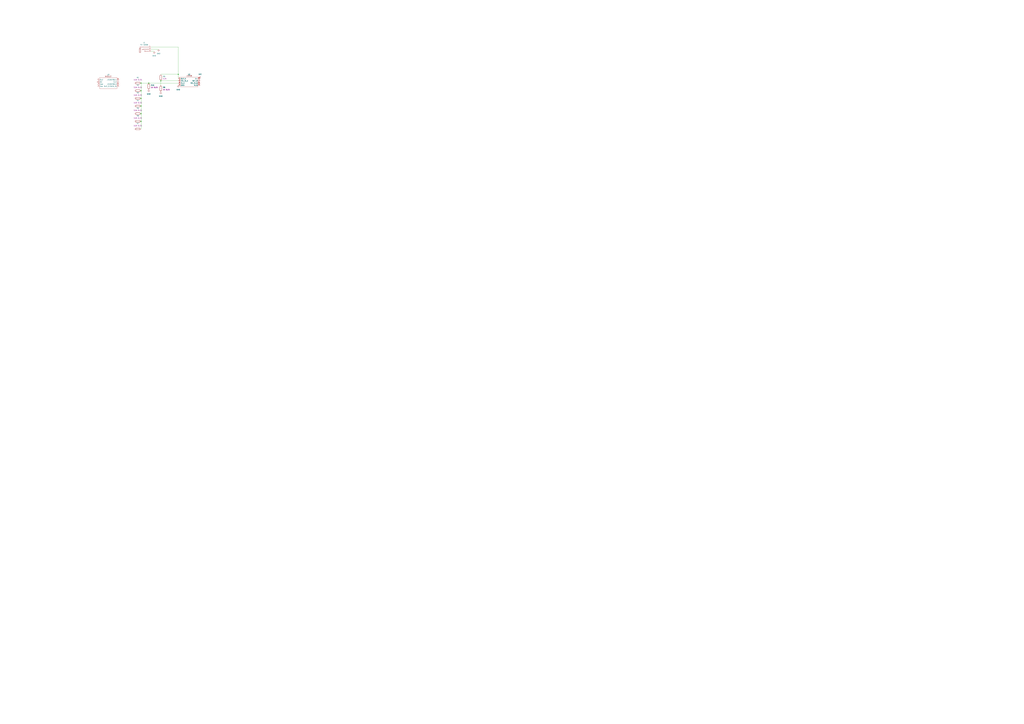
<source format=kicad_sch>
(kicad_sch (version 20231120) (generator "eeschema") (generator_version "8.0")
  (paper "A0")
  (lib_symbols
    (symbol "4ms_Resistor:1k_0603_0.1%" (pin_numbers hide) (pin_names (offset 0))
      (property "Reference" "R" (at 2.032 0 90))
      (property "Display" "1k 0.1%" (at 3.81 -4.445 90))
      (symbol "1k_0603_0.1%_0_1"
        (rectangle (start -1.016 -2.54) (end 1.016 2.54) (stroke (width 0.254)))
      )
      (symbol "1k_0603_0.1%_1_1"
        (pin passive line (at 0 3.81 270) (length 1.27) (name "~") (number "1"))
        (pin passive line (at 0 -3.81 90) (length 1.27) (name "~") (number "2"))
      )
    )
    (symbol "4ms_Resistor:2.2k_0603" (pin_numbers hide) (pin_names (offset 0))
      (property "Reference" "R" (at 2.032 0 90))
      (property "Display" "2.2k" (at 3.81 0 90))
      (symbol "2.2k_0603_0_1"
        (rectangle (start -1.016 -2.54) (end 1.016 2.54) (stroke (width 0.254)))
      )
      (symbol "2.2k_0603_1_1"
        (pin passive line (at 0 3.81 270) (length 1.27) (name "~") (number "1"))
        (pin passive line (at 0 -3.81 90) (length 1.27) (name "~") (number "2"))
      )
    )
    (symbol "4ms_Resistor:3.0k_0603_0.1%" (pin_numbers hide) (pin_names (offset 0))
      (property "Reference" "R" (at 2.032 0 90))
      (property "Display" "3.0k 0.1%" (at 3.81 0 90))
      (symbol "3.0k_0603_0.1%_0_1"
        (rectangle (start -1.016 -2.54) (end 1.016 2.54) (stroke (width 0.254)))
      )
      (symbol "3.0k_0603_0.1%_1_1"
        (pin passive line (at 0 3.81 270) (length 1.27) (name "~") (number "1"))
        (pin passive line (at 0 -3.81 90) (length 1.27) (name "~") (number "2"))
      )
    )
    (symbol "power:GND" (power) (pin_numbers hide) (pin_names (offset 0) hide)
      (property "Value" "GND" (at 0 -3.81 0))
      (symbol "GND_0_1"
        (polyline (pts (xy 0 0) (xy 0 -1.27) (xy 1.27 -1.27) (xy 0 -2.54) (xy -1.27 -1.27) (xy 0 -1.27)))
      )
      (symbol "GND_1_1"
        (pin power_in line (at 0 0 270) (length 0) (name "~") (number "1"))
      )
    )
    (symbol "power:VCC" (power) (pin_numbers hide) (pin_names (offset 0) hide)
      (property "Value" "VCC" (at 0 3.556 0))
      (symbol "VCC_0_1"
        (polyline (pts (xy -0.762 1.27) (xy 0 2.54)))
        (polyline (pts (xy 0 0) (xy 0 2.54)))
        (polyline (pts (xy 0 2.54) (xy 0.762 1.27)))
      )
      (symbol "VCC_1_1"
        (pin power_in line (at 0 0 90) (length 0) (name "~") (number "1"))
      )
    )
    (symbol "project:LM258"
      (property "Reference" "U" (at 0 7.874 0))
      (symbol "LM258_0_1"
        (rectangle (start -10.16 4.445) (end 10.16 -6.985))
      )
      (symbol "LM258_1_1"
        (text "LM258" (at 0 5.842 0) (effects (font (size 1.27 1.27))))
        (pin output line (at -12.7 2.54 0) (length 2.54) (name "OUT_A") (number "1"))
        (pin input line (at -12.7 0 0) (length 2.54) (name "INV_IN_A") (number "2"))
        (pin input line (at -12.7 -2.54 0) (length 2.54) (name "IN_A") (number "3"))
        (pin power_in line (at -12.7 -5.08 0) (length 2.54) (name "GND") (number "4"))
        (pin output line (at 12.7 -5.08 180) (length 2.54) (name "IN_B") (number "5"))
        (pin output line (at 12.7 -2.54 180) (length 2.54) (name "INV_IN_B") (number "6"))
        (pin output line (at 12.7 0 180) (length 2.54) (name "OUT_B") (number "7"))
        (pin power_in line (at 12.7 2.54 180) (length 2.54) (name "V+") (number "8"))
      )
    )
    (symbol "project:MM5437"
      (property "Reference" "U" (at 0 9.652 0))
      (symbol "MM5437_0_1"
        (rectangle (start -10.16 6.35) (end 10.16 -6.35))
      )
      (symbol "MM5437_1_1"
        (text "MM5437" (at 0 7.62 0) (effects (font (size 1.27 1.27))))
        (pin output line (at -12.7 3.81 0) (length 2.54) (name "OUT") (number "1"))
        (pin no_connect line (at -12.7 1.27 0) (length 2.54) (name "NC") (number "2"))
        (pin power_in line (at -12.7 -1.27 0) (length 2.54) (name "Vdd") (number "3"))
        (pin power_in line (at -12.7 -3.81 0) (length 2.54) (name "Vss") (number "4"))
        (pin bidirectional line (at 12.7 -3.81 180) (length 2.54) (name "OUT_2/DATA_IN") (number "5"))
        (pin input line (at 12.7 -1.27 180) (length 2.54) (name "/CONTROL2") (number "6"))
        (pin input line (at 12.7 1.27 180) (length 2.54) (name "CLK") (number "7"))
        (pin input line (at 12.7 3.81 180) (length 2.54) (name "/CONTROL1") (number "8"))
      )
    )
    (symbol "project:PJ-320B" (pin_names (offset 1.016) hide)
      (property "Reference" "J" (at -5.08 5.08 0))
      (property "Value" "PJ-320B" (at -5.08 -7.62 0))
      (symbol "PJ-320B_0_0"
        (polyline (pts (xy -5.715 -3.81) (xy -5.715 0.635)) (stroke (width 0.254)))
        (polyline (pts (xy -5.715 0.635) (xy -5.08 0.635)) (stroke (width 0.254)))
        (polyline (pts (xy -5.08 0.635) (xy -4.445 0.635)) (stroke (width 0.254)))
        (polyline (pts (xy -5.08 2.54) (xy -5.08 0.635)) (stroke (width 0.254)))
        (polyline (pts (xy -4.445 -3.81) (xy -5.715 -3.81)) (stroke (width 0.254)))
        (polyline (pts (xy -4.445 0.635) (xy -4.445 -3.81)) (stroke (width 0.254)))
        (polyline (pts (xy -1.905 -0.635) (xy -2.54 0)) (stroke (width 0.254)))
        (polyline (pts (xy -1.27 0) (xy -1.905 -0.635)) (stroke (width 0.254)))
        (polyline (pts (xy 0.635 -1.905) (xy 0 -2.54)) (stroke (width 0.254)))
        (polyline (pts (xy 1.27 -2.54) (xy 0.635 -1.905)) (stroke (width 0.254)))
        (polyline (pts (xy 5.08 -2.54) (xy 1.27 -2.54)) (stroke (width 0.254)))
        (polyline (pts (xy 5.08 0) (xy -1.27 0)) (stroke (width 0.254)))
        (polyline (pts (xy 5.08 2.54) (xy -5.08 2.54)) (stroke (width 0.254)))
        (pin passive line (at 7.62 2.54 180) (length 2.54) (name "~") (number "1"))
        (pin passive line (at 7.62 0 180) (length 2.54) (name "~") (number "2"))
        (pin passive line (at 7.62 -2.54 180) (length 2.54) (name "~") (number "3"))
      )
    )
  )
  (junction (at 163.83 114.3))
  (junction (at 163.83 105.41))
  (junction (at 163.83 96.52))
  (junction (at 163.83 140.97))
  (junction (at 186.69 93.98))
  (junction (at 172.72 96.52))
  (junction (at 163.83 123.19))
  (junction (at 207.01 86.36))
  (junction (at 163.83 132.08))
  (wire (pts (xy 186.69 93.98) (xy 186.69 99.06)))
  (wire (pts (xy 186.69 86.36) (xy 207.01 86.36)))
  (wire (pts (xy 175.26 59.69) (xy 179.07 59.69)))
  (wire (pts (xy 175.26 57.15) (xy 184.15 57.15)))
  (wire (pts (xy 163.83 114.3) (xy 163.83 123.19)))
  (wire (pts (xy 172.72 96.52) (xy 207.01 96.52)))
  (wire (pts (xy 207.01 54.61) (xy 175.26 54.61)))
  (wire (pts (xy 163.83 105.41) (xy 163.83 114.3)))
  (wire (pts (xy 163.83 96.52) (xy 163.83 105.41)))
  (wire (pts (xy 163.83 96.52) (xy 172.72 96.52)))
  (wire (pts (xy 207.01 86.36) (xy 207.01 54.61)))
  (wire (pts (xy 186.69 93.98) (xy 207.01 93.98)))
  (wire (pts (xy 163.83 140.97) (xy 163.83 149.86)))
  (wire (pts (xy 163.83 123.19) (xy 163.83 132.08)))
  (wire (pts (xy 163.83 132.08) (xy 163.83 140.97)))
  (wire (pts (xy 207.01 91.44) (xy 207.01 86.36)))
  (symbol (lib_id "4ms_Resistor:1k_0603_0.1%") (at 186.69 102.87 0) (unit 1)
    (property "Reference" "R8" (at 189.23 101.5999 0) (effects (justify left)))
    (property "Value" "1k_0603_0.1%" (effects (hide yes)))
    (property "Footprint" "4ms_Resistor:R_0603" (effects (hide yes)))
    (property "Description" "1k, 0.1%, 1/16W, 0603 25ppm" (effects (hide yes)))
    (property "Display" "1k 0.1%" (at 189.23 104.1399 0) (effects (justify left)))
    (property "Specifications" "1k, 0.1%, 1/16W, 0603, 25ppm" (effects (hide yes)))
    (property "Manufacturer" "Panasonic" (effects (hide yes)))
    (property "Part Number" "ERA-3AEB102V" (effects (hide yes)))
    (property "Manufacturer 2" "Yageo" (effects (hide yes)))
    (property "Part Number 2" "RT0603BRD071KL" (effects (hide yes)))
    (property "JLCPCB ID" "C54019" (effects (hide yes)))
  )
  (symbol (lib_id "4ms_Resistor:3.0k_0603_0.1%") (at 160.02 96.52 90) (unit 1)
    (property "Reference" "R1" (at 160.02 90.17 90))
    (property "Value" "3.0k_0603_0.1%" (effects (hide yes)))
    (property "Footprint" "4ms_Resistor:R_0603" (effects (hide yes)))
    (property "Description" "3.0k, 0.1%, 1/16W, 0603" (effects (hide yes)))
    (property "Specifications" "3.0k, 0.1%, 1/16W, 0603" (effects (hide yes)))
    (property "Manufacturer" "Vishay / Dale" (effects (hide yes)))
    (property "Part Number" "TNPW06033K00BEEA" (effects (hide yes)))
    (property "Display" "3.0k 0.1%" (at 160.02 92.71 90))
    (property "JLCPCB ID" "C126481" (effects (hide yes)))
  )
  (symbol (lib_id "4ms_Resistor:3.0k_0603_0.1%") (at 160.02 132.08 90) (unit 1)
    (property "Reference" "R5" (at 160.02 125.73 90))
    (property "Value" "3.0k_0603_0.1%" (effects (hide yes)))
    (property "Footprint" "4ms_Resistor:R_0603" (effects (hide yes)))
    (property "Description" "3.0k, 0.1%, 1/16W, 0603" (effects (hide yes)))
    (property "Specifications" "3.0k, 0.1%, 1/16W, 0603" (effects (hide yes)))
    (property "Manufacturer" "Vishay / Dale" (effects (hide yes)))
    (property "Part Number" "TNPW06033K00BEEA" (effects (hide yes)))
    (property "Display" "3.0k 0.1%" (at 160.02 128.27 90))
    (property "JLCPCB ID" "C126481" (effects (hide yes)))
  )
  (symbol (lib_id "project:LM258") (at 219.71 93.98 0) (unit 1)
    (property "Reference" "U1" (at 219.71 86.36 0))
    (property "Value" "~" (at 219.71 87.63 0))
    (property "Footprint" "Package_SO:SOIC-8_3.9x4.9mm_P1.27mm" (effects (hide yes)))
  )
  (symbol (lib_id "power:VCC") (at 232.41 91.44 0) (unit 1)
    (property "Reference" "#PWR04" (effects (hide yes)))
    (property "Value" "VCC" (at 232.41 86.36 0))
    (property "Description" "Power symbol creates a global label with name \"VCC\"" (effects (hide yes)))
  )
  (symbol (lib_id "4ms_Resistor:2.2k_0603") (at 186.69 90.17 180) (unit 1)
    (property "Reference" "R9" (at 189.23 88.8999 0) (effects (justify right)))
    (property "Value" "2.2k_0603" (effects (hide yes)))
    (property "Footprint" "4ms_Resistor:R_0603" (effects (hide yes)))
    (property "Description" "2.2k, 1%, 1/10W, 0603" (effects (hide yes)))
    (property "Specifications" "2.2k, 1%, 1/10W, 0603" (effects (hide yes)))
    (property "Manufacturer" "Yageo" (effects (hide yes)))
    (property "Part Number" "RC0603FR-072K2L" (effects (hide yes)))
    (property "Display" "2.2k" (at 189.23 91.4399 0) (effects (justify right)))
    (property "JLCPCB ID" "C4190" (effects (hide yes)))
  )
  (symbol (lib_id "project:MM5437") (at 125.73 96.52 0) (unit 1)
    (property "Reference" "U2" (at 125.73 86.868 0))
    (property "Value" "~" (at 125.73 86.36 0))
    (property "Footprint" "4ms_Package_DIP:DIP-8pin_TH" (effects (hide yes)))
  )
  (symbol (lib_id "4ms_Resistor:3.0k_0603_0.1%") (at 160.02 140.97 90) (unit 1)
    (property "Reference" "R6" (at 160.02 134.62 90))
    (property "Value" "3.0k_0603_0.1%" (effects (hide yes)))
    (property "Footprint" "4ms_Resistor:R_0603" (effects (hide yes)))
    (property "Description" "3.0k, 0.1%, 1/16W, 0603" (effects (hide yes)))
    (property "Specifications" "3.0k, 0.1%, 1/16W, 0603" (effects (hide yes)))
    (property "Manufacturer" "Vishay / Dale" (effects (hide yes)))
    (property "Part Number" "TNPW06033K00BEEA" (effects (hide yes)))
    (property "Display" "3.0k 0.1%" (at 160.02 137.16 90))
    (property "JLCPCB ID" "C126481" (effects (hide yes)))
  )
  (symbol (lib_id "power:GND") (at 207.01 99.06 0) (unit 1)
    (property "Reference" "#PWR03" (effects (hide yes)))
    (property "Value" "GND" (at 207.01 104.14 0))
    (property "Description" "Power symbol creates a global label with name \"GND\" , ground" (effects (hide yes)))
  )
  (symbol (lib_id "4ms_Resistor:3.0k_0603_0.1%") (at 160.02 123.19 90) (unit 1)
    (property "Reference" "R4" (at 160.02 116.84 90))
    (property "Value" "3.0k_0603_0.1%" (effects (hide yes)))
    (property "Footprint" "4ms_Resistor:R_0603" (effects (hide yes)))
    (property "Description" "3.0k, 0.1%, 1/16W, 0603" (effects (hide yes)))
    (property "Specifications" "3.0k, 0.1%, 1/16W, 0603" (effects (hide yes)))
    (property "Manufacturer" "Vishay / Dale" (effects (hide yes)))
    (property "Part Number" "TNPW06033K00BEEA" (effects (hide yes)))
    (property "Display" "3.0k 0.1%" (at 160.02 119.38 90))
    (property "JLCPCB ID" "C126481" (effects (hide yes)))
  )
  (symbol (lib_id "power:GND") (at 172.72 104.14 0) (unit 1)
    (property "Reference" "#PWR06" (effects (hide yes)))
    (property "Value" "GND" (at 172.72 109.22 0))
    (property "Description" "Power symbol creates a global label with name \"GND\" , ground" (effects (hide yes)))
  )
  (symbol (lib_id "4ms_Resistor:3.0k_0603_0.1%") (at 160.02 114.3 90) (unit 1)
    (property "Reference" "R3" (at 160.02 107.95 90))
    (property "Value" "3.0k_0603_0.1%" (effects (hide yes)))
    (property "Footprint" "4ms_Resistor:R_0603" (effects (hide yes)))
    (property "Description" "3.0k, 0.1%, 1/16W, 0603" (effects (hide yes)))
    (property "Specifications" "3.0k, 0.1%, 1/16W, 0603" (effects (hide yes)))
    (property "Manufacturer" "Vishay / Dale" (effects (hide yes)))
    (property "Part Number" "TNPW06033K00BEEA" (effects (hide yes)))
    (property "Display" "3.0k 0.1%" (at 160.02 110.49 90))
    (property "JLCPCB ID" "C126481" (effects (hide yes)))
  )
  (symbol (lib_id "power:GND") (at 186.69 106.68 0) (unit 1)
    (property "Reference" "#PWR05" (effects (hide yes)))
    (property "Value" "GND" (at 186.69 111.76 0))
    (property "Description" "Power symbol creates a global label with name \"GND\" , ground" (effects (hide yes)))
  )
  (symbol (lib_id "project:PJ-320B") (at 167.64 57.15 0) (unit 1)
    (property "Reference" "J1" (at 167.3225 49.53 0))
    (property "Value" "PJ-320B" (at 167.3225 52.07 0))
    (property "Footprint" "BOOMELE_PJ-320B" (effects (hide yes)))
    (property "Description" "Luoyang Dishang electronics" (effects (hide yes)))
    (property "MAXIMUM_PACKAGE_HEIGHT" "5mm" (effects (hide yes)))
    (property "Package" "Package" (effects (hide yes)))
    (property "Price" "None" (effects (hide yes)))
    (property "Check_prices" "https://www.snapeda.com/parts/PJ-320B/Luoyang+Dishang+electronics/view-part/?ref=eda" (effects (hide yes)))
    (property "STANDARD" "Manufacturer Recommendation" (effects (hide yes)))
    (property "SnapEDA_Link" "https://www.snapeda.com/parts/PJ-320B/Luoyang+Dishang+electronics/view-part/?ref=snap" (effects (hide yes)))
    (property "MP" "PJ-320B" (effects (hide yes)))
    (property "Description_1" "\\nHeadphone jack\\n" (effects (hide yes)))
    (property "Availability" "Not in stock" (effects (hide yes)))
    (property "MANUFACTURER" "Luoyang Dishang electronics" (effects (hide yes)))
  )
  (symbol (lib_id "4ms_Resistor:3.0k_0603_0.1%") (at 160.02 149.86 90) (unit 1)
    (property "Reference" "R7" (at 160.02 143.51 90))
    (property "Value" "3.0k_0603_0.1%" (effects (hide yes)))
    (property "Footprint" "4ms_Resistor:R_0603" (effects (hide yes)))
    (property "Description" "3.0k, 0.1%, 1/16W, 0603" (effects (hide yes)))
    (property "Specifications" "3.0k, 0.1%, 1/16W, 0603" (effects (hide yes)))
    (property "Manufacturer" "Vishay / Dale" (effects (hide yes)))
    (property "Part Number" "TNPW06033K00BEEA" (effects (hide yes)))
    (property "Display" "3.0k 0.1%" (at 160.02 146.05 90))
    (property "JLCPCB ID" "C126481" (effects (hide yes)))
  )
  (symbol (lib_id "4ms_Resistor:1k_0603_0.1%") (at 172.72 100.33 0) (unit 1)
    (property "Reference" "R10" (at 175.26 99.0599 0) (effects (justify left)))
    (property "Value" "1k_0603_0.1%" (effects (hide yes)))
    (property "Footprint" "4ms_Resistor:R_0603" (effects (hide yes)))
    (property "Description" "1k, 0.1%, 1/16W, 0603 25ppm" (effects (hide yes)))
    (property "Display" "1k 0.1%" (at 175.26 101.5999 0) (effects (justify left)))
    (property "Specifications" "1k, 0.1%, 1/16W, 0603, 25ppm" (effects (hide yes)))
    (property "Manufacturer" "Panasonic" (effects (hide yes)))
    (property "Part Number" "ERA-3AEB102V" (effects (hide yes)))
    (property "Manufacturer 2" "Yageo" (effects (hide yes)))
    (property "Part Number 2" "RT0603BRD071KL" (effects (hide yes)))
    (property "JLCPCB ID" "C54019" (effects (hide yes)))
  )
  (symbol (lib_id "power:GND") (at 184.15 57.15 0) (unit 1)
    (property "Reference" "#PWR02" (effects (hide yes)))
    (property "Value" "GND" (at 184.15 62.23 0))
    (property "Description" "Power symbol creates a global label with name \"GND\" , ground" (effects (hide yes)))
  )
  (symbol (lib_id "power:GND") (at 179.07 59.69 0) (unit 1)
    (property "Reference" "#PWR01" (effects (hide yes)))
    (property "Value" "GND" (at 179.07 64.77 0))
    (property "Description" "Power symbol creates a global label with name \"GND\" , ground" (effects (hide yes)))
  )
  (symbol (lib_id "4ms_Resistor:3.0k_0603_0.1%") (at 160.02 105.41 90) (unit 1)
    (property "Reference" "R2" (at 160.02 99.06 90))
    (property "Value" "3.0k_0603_0.1%" (effects (hide yes)))
    (property "Footprint" "4ms_Resistor:R_0603" (effects (hide yes)))
    (property "Description" "3.0k, 0.1%, 1/16W, 0603" (effects (hide yes)))
    (property "Specifications" "3.0k, 0.1%, 1/16W, 0603" (effects (hide yes)))
    (property "Manufacturer" "Vishay / Dale" (effects (hide yes)))
    (property "Part Number" "TNPW06033K00BEEA" (effects (hide yes)))
    (property "Display" "3.0k 0.1%" (at 160.02 101.6 90))
    (property "JLCPCB ID" "C126481" (effects (hide yes)))
  )
)
</source>
